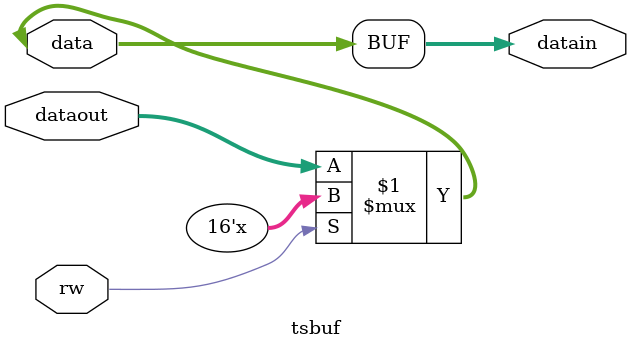
<source format=v>
module tsbuf (dataout, data, datain, rw);
input [15:0] dataout;  // data out from the CPU
inout  [15:0] data;    // data in from the outside to the CPU
output  [15:0] datain;  // external bidirectional bus
input rw; // 1 indicates read

assign data = rw ? 16'bz : dataout;
assign datain = data;
endmodule

</source>
